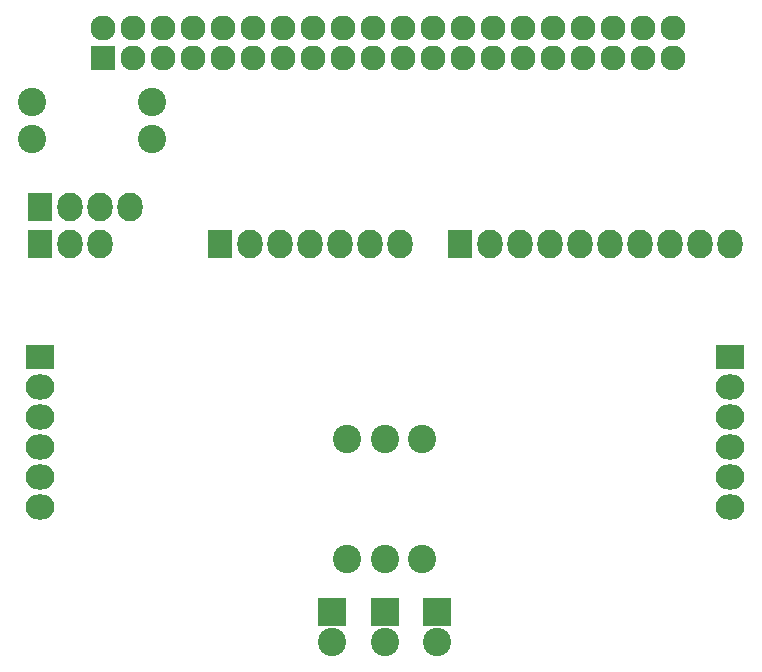
<source format=gbs>
G04 #@! TF.FileFunction,Soldermask,Bot*
%FSLAX46Y46*%
G04 Gerber Fmt 4.6, Leading zero omitted, Abs format (unit mm)*
G04 Created by KiCad (PCBNEW 4.0.4-stable) date 10/20/16 10:06:23*
%MOMM*%
%LPD*%
G01*
G04 APERTURE LIST*
%ADD10C,0.100000*%
%ADD11R,2.127200X2.127200*%
%ADD12O,2.127200X2.127200*%
%ADD13C,2.398980*%
%ADD14R,2.127200X2.432000*%
%ADD15O,2.127200X2.432000*%
%ADD16R,2.400000X2.400000*%
%ADD17C,2.400000*%
%ADD18O,2.432000X2.127200*%
%ADD19R,2.432000X2.127200*%
G04 APERTURE END LIST*
D10*
D11*
X119634000Y-40132000D03*
D12*
X119634000Y-37592000D03*
X122174000Y-40132000D03*
X122174000Y-37592000D03*
X124714000Y-40132000D03*
X124714000Y-37592000D03*
X127254000Y-40132000D03*
X127254000Y-37592000D03*
X129794000Y-40132000D03*
X129794000Y-37592000D03*
X132334000Y-40132000D03*
X132334000Y-37592000D03*
X134874000Y-40132000D03*
X134874000Y-37592000D03*
X137414000Y-40132000D03*
X137414000Y-37592000D03*
X139954000Y-40132000D03*
X139954000Y-37592000D03*
X142494000Y-40132000D03*
X142494000Y-37592000D03*
X145034000Y-40132000D03*
X145034000Y-37592000D03*
X147574000Y-40132000D03*
X147574000Y-37592000D03*
X150114000Y-40132000D03*
X150114000Y-37592000D03*
X152654000Y-40132000D03*
X152654000Y-37592000D03*
X155194000Y-40132000D03*
X155194000Y-37592000D03*
X157734000Y-40132000D03*
X157734000Y-37592000D03*
X160274000Y-40132000D03*
X160274000Y-37592000D03*
X162814000Y-40132000D03*
X162814000Y-37592000D03*
X165354000Y-40132000D03*
X165354000Y-37592000D03*
X167894000Y-40132000D03*
X167894000Y-37592000D03*
D13*
X140335000Y-82550000D03*
X140335000Y-72390000D03*
D14*
X114300000Y-52705000D03*
D15*
X116840000Y-52705000D03*
X119380000Y-52705000D03*
X121920000Y-52705000D03*
D14*
X114300000Y-55880000D03*
D15*
X116840000Y-55880000D03*
X119380000Y-55880000D03*
D16*
X139065000Y-86995000D03*
D17*
X139065000Y-89535000D03*
D16*
X143510000Y-86995000D03*
D17*
X143510000Y-89535000D03*
D16*
X147955000Y-86995000D03*
D17*
X147955000Y-89535000D03*
D13*
X143510000Y-82550000D03*
X143510000Y-72390000D03*
X146685000Y-82550000D03*
X146685000Y-72390000D03*
X113665000Y-46990000D03*
X123825000Y-46990000D03*
X123825000Y-43815000D03*
X113665000Y-43815000D03*
D18*
X114300000Y-67945000D03*
D19*
X114300000Y-65405000D03*
D18*
X114300000Y-70485000D03*
X114300000Y-73025000D03*
X114300000Y-75565000D03*
X114300000Y-78105000D03*
X172720000Y-78105000D03*
X172720000Y-75565000D03*
X172720000Y-73025000D03*
X172720000Y-70485000D03*
D19*
X172720000Y-65405000D03*
D18*
X172720000Y-67945000D03*
D14*
X129540000Y-55880000D03*
D15*
X132080000Y-55880000D03*
X134620000Y-55880000D03*
X137160000Y-55880000D03*
X139700000Y-55880000D03*
X142240000Y-55880000D03*
X144780000Y-55880000D03*
D14*
X149860000Y-55880000D03*
D15*
X152400000Y-55880000D03*
X154940000Y-55880000D03*
X157480000Y-55880000D03*
X160020000Y-55880000D03*
X162560000Y-55880000D03*
X165100000Y-55880000D03*
X167640000Y-55880000D03*
X170180000Y-55880000D03*
X172720000Y-55880000D03*
M02*

</source>
